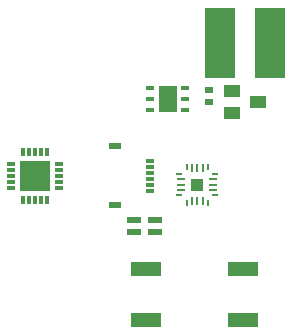
<source format=gbr>
G04 EAGLE Gerber X2 export*
%TF.Part,Single*%
%TF.FileFunction,Paste,Top*%
%TF.FilePolarity,Positive*%
%TF.GenerationSoftware,Autodesk,EAGLE,9.0.0*%
%TF.CreationDate,2018-04-30T12:48:27Z*%
G75*
%MOMM*%
%FSLAX34Y34*%
%LPD*%
%AMOC8*
5,1,8,0,0,1.08239X$1,22.5*%
G01*
%ADD10R,1.500000X2.300000*%
%ADD11R,0.710000X0.460000*%
%ADD12R,2.500000X2.500000*%
%ADD13R,0.300000X0.750000*%
%ADD14R,0.750000X0.300000*%
%ADD15R,2.500000X6.000000*%
%ADD16R,1.400000X1.000000*%
%ADD17R,0.700000X0.600000*%
%ADD18R,1.100000X1.100000*%
%ADD19R,0.250000X0.800000*%
%ADD20R,0.800000X0.250000*%
%ADD21R,0.550000X0.250000*%
%ADD22R,0.250000X0.550000*%
%ADD23R,2.540000X1.270000*%
%ADD24R,1.200000X0.600000*%
%ADD25R,0.700000X0.300000*%
%ADD26R,1.000000X0.600000*%


D10*
X202500Y225000D03*
D11*
X187700Y234400D03*
X187700Y225000D03*
X187700Y215600D03*
X217300Y225000D03*
X217300Y215500D03*
X217300Y234500D03*
D12*
X90000Y160000D03*
D13*
X80000Y180000D03*
X85000Y180000D03*
X90000Y180000D03*
X95000Y180000D03*
X100000Y180000D03*
X100000Y140000D03*
X95000Y140000D03*
X90000Y140000D03*
X85000Y140000D03*
X80000Y140000D03*
D14*
X110000Y150000D03*
X110000Y155000D03*
X110000Y160000D03*
X110000Y165000D03*
X110000Y170000D03*
X70000Y170000D03*
X70000Y165000D03*
X70000Y160000D03*
X70000Y155000D03*
X70000Y150000D03*
D15*
X289250Y272500D03*
X246250Y272500D03*
D16*
X278500Y222500D03*
X256500Y213000D03*
X256500Y232000D03*
D17*
X237500Y222500D03*
X237500Y232500D03*
D18*
X227500Y152500D03*
D19*
X223000Y166500D03*
X227500Y166500D03*
X232000Y166500D03*
X223000Y138500D03*
X227500Y138500D03*
X232000Y138500D03*
D20*
X241000Y148000D03*
X241000Y152500D03*
X241000Y157000D03*
X213500Y148000D03*
X213500Y152500D03*
X213500Y157000D03*
D21*
X212300Y143500D03*
D22*
X218500Y137300D03*
X218500Y167700D03*
D21*
X212300Y161500D03*
D22*
X236500Y167700D03*
X236500Y137300D03*
D21*
X242300Y143500D03*
X242300Y161500D03*
D23*
X183710Y81590D03*
X183710Y38410D03*
X266290Y38410D03*
X266290Y81590D03*
D24*
X191500Y112700D03*
X191500Y122300D03*
X173500Y122300D03*
X173500Y112700D03*
D25*
X187700Y157500D03*
X187700Y162500D03*
X187700Y167500D03*
X187700Y152500D03*
X187700Y147500D03*
X187700Y172500D03*
D26*
X157700Y185000D03*
X157700Y135000D03*
M02*

</source>
